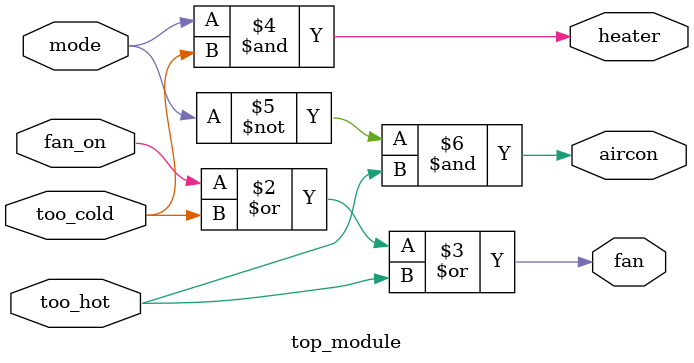
<source format=sv>
module top_module(
    input mode,
    input too_cold, 
    input too_hot,
    input fan_on,
    output reg heater,
    output reg aircon,
    output reg fan
);

always @(*) begin
    // Control fan
    fan = fan_on | too_cold | too_hot;

    // Control heater
    heater = mode & too_cold;

    // Control air conditioner
    aircon = ~mode & too_hot;
end

endmodule

</source>
